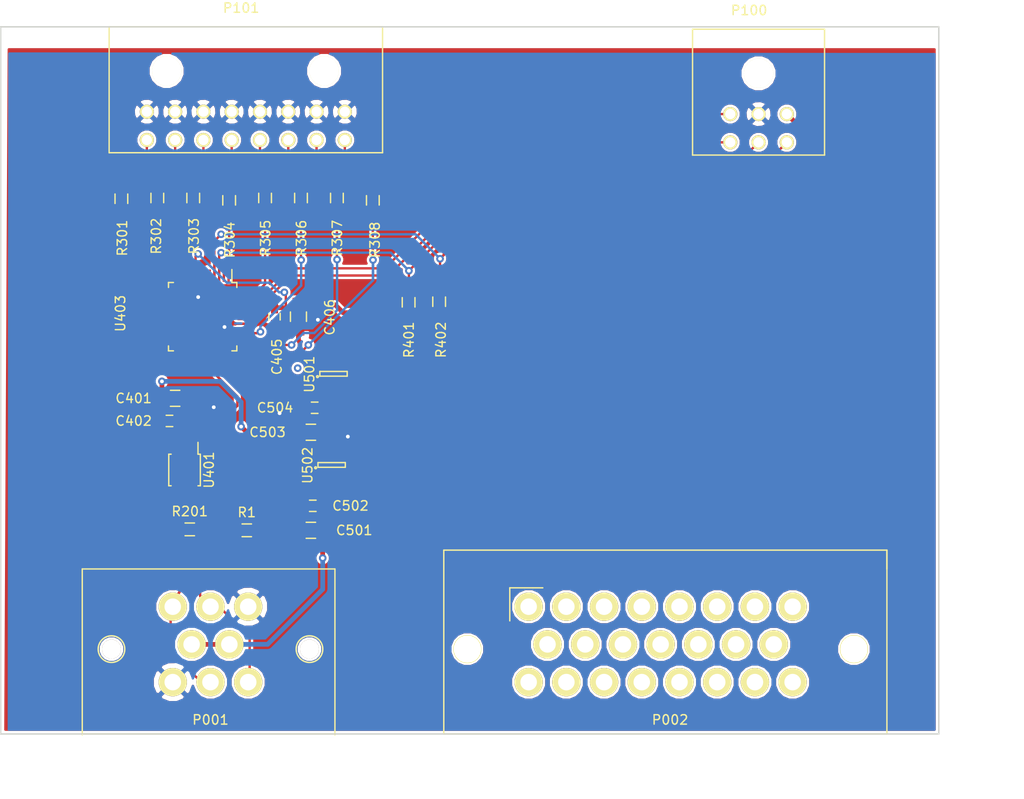
<source format=kicad_pcb>
(kicad_pcb (version 4) (host pcbnew 4.0.1-stable)
  (layers (0 F.Cu signal) (31 B.Cu signal hide) (34 B.Paste user) (35 F.Paste user) (36 B.SilkS user) (37 F.SilkS user) (38 B.Mask user) (39 F.Mask user) (44 Edge.Cuts user))
  (net 0 "")
  (net 1 "Net-(P002-Pad23)")
  (net 2 "Net-(P002-Pad22)")
  (net 3 "Net-(P002-Pad21)")
  (net 4 "Net-(P002-Pad20)")
  (net 5 "Net-(P002-Pad19)")
  (net 6 "Net-(P002-Pad18)")
  (net 7 "Net-(P002-Pad17)")
  (net 8 "Net-(P002-Pad16)")
  (net 9 "Net-(P002-Pad15)")
  (net 10 "Net-(P002-Pad14)")
  (net 11 "Net-(P002-Pad13)")
  (net 12 "Net-(P002-Pad12)")
  (net 13 "Net-(P002-Pad11)")
  (net 14 "Net-(P002-Pad10)")
  (net 15 "Net-(P002-Pad2)")
  (net 16 "Net-(P002-Pad8)")
  (net 17 "Net-(P002-Pad7)")
  (net 18 "Net-(P002-Pad6)")
  (net 19 "Net-(P002-Pad5)")
  (net 20 "Net-(P002-Pad4)")
  (net 21 "Net-(P002-Pad3)")
  (net 22 "Net-(P002-Pad1)")
  (net 23 "Net-(P002-Pad9)")
  (net 24 "Net-(P101-Pad10)")
  (net 25 "Net-(P101-Pad12)")
  (net 26 "Net-(P101-Pad14)")
  (net 27 "Net-(P101-Pad16)")
  (net 28 GND)
  (net 29 +3V3)
  (net 30 /BACK_PANEL/CANH)
  (net 31 /FRONT_PANEL/MCU_RESET_N)
  (net 32 /FRONT_PANEL/MCU_PROG_N)
  (net 33 /FRONT_PANEL/RXD)
  (net 34 /FRONT_PANEL/TXD)
  (net 35 /FRONT_PANEL/LED0)
  (net 36 /FRONT_PANEL/LED2)
  (net 37 /FRONT_PANEL/LED4)
  (net 38 /FRONT_PANEL/LED6)
  (net 39 /FRONT_PANEL/LED1)
  (net 40 /FRONT_PANEL/LED3)
  (net 41 /FRONT_PANEL/LED5)
  (net 42 /FRONT_PANEL/LED7)
  (net 43 /Micro_Controller/PIO0_1)
  (net 44 "Net-(U403-Pad6)")
  (net 45 "Net-(U403-Pad7)")
  (net 46 "Net-(U403-Pad10)")
  (net 47 /Micro_Controller/PIO2_1)
  (net 48 /Micro_Controller/PIO0_3)
  (net 49 /Micro_Controller/PIO0_4)
  (net 50 /Micro_Controller/PIO0_5)
  (net 51 /Micro_Controller/PIO1_9)
  (net 52 /Micro_Controller/PIO2_4)
  (net 53 "Net-(U403-Pad21)")
  (net 54 "Net-(U403-Pad22)")
  (net 55 "Net-(U403-Pad23)")
  (net 56 "Net-(U403-Pad24)")
  (net 57 "Net-(U403-Pad25)")
  (net 58 /Micro_Controller/PIO2_2)
  (net 59 "Net-(U403-Pad27)")
  (net 60 "Net-(U403-Pad28)")
  (net 61 "Net-(U403-Pad29)")
  (net 62 /Micro_Controller/PIO1_10)
  (net 63 "Net-(U403-Pad31)")
  (net 64 /Micro_Controller/PIO0_11)
  (net 65 /Micro_Controller/PIO1_0)
  (net 66 /Micro_Controller/PIO1_1)
  (net 67 /Micro_Controller/PIO1_2)
  (net 68 /Micro_Controller/PIO2_3)
  (net 69 /Micro_Controller/PIO1_4)
  (net 70 /Micro_Controller/PIO1_11)
  (net 71 /Micro_Controller/PIO1_5)
  (net 72 "Net-(U501-Pad4)")
  (net 73 "Net-(P101-Pad9)")
  (net 74 "Net-(P101-Pad11)")
  (net 75 "Net-(P101-Pad13)")
  (net 76 "Net-(P101-Pad15)")
  (net 77 +5V)
  (net 78 /BACK_PANEL/CANL)
  (net 79 /Micro_Controller/CAN_RXD)
  (net 80 /Micro_Controller/CAN_TXD)
  (net 81 /Micro_Controller/PIO3_2)
  (net 82 +12V)
  (net 83 "Net-(U502-Pad4)")
  (net 84 "Net-(R1-Pad1)")
  (net 85 "Net-(U401-Pad5)")
  (module Connectors_Molex:Connector_Microfit3_Header_02x03_Angled_43045-060x (layer F.Cu) (at 179.88 62.25 180)
    (fp_text reference P100 (at -2 11 180) (layer F.SilkS))
    (fp_text value ISP)
    (pad 1 thru_hole circle (at 0 0 180) (size 1.5 1.5) (drill 1.1) (layers *.Cu *.Mask F.SilkS) (net 34 /FRONT_PANEL/TXD))
    (pad 4 thru_hole circle (at 0 -3 180) (size 1.5 1.5) (drill 1.1) (layers *.Cu *.Mask F.SilkS) (net 33 /FRONT_PANEL/RXD))
    (pad 5 thru_hole circle (at -3 -3 180) (size 1.5 1.5) (drill 1.1) (layers *.Cu *.Mask F.SilkS) (net 31 /FRONT_PANEL/MCU_RESET_N))
    (pad 2 thru_hole circle (at -3 0 180) (size 1.5 1.5) (drill 1.1) (layers *.Cu *.Mask F.SilkS) (net 28 GND))
    (pad 6 thru_hole circle (at -6 -3 180) (size 1.5 1.5) (drill 1.1) (layers *.Cu *.Mask F.SilkS) (net 32 /FRONT_PANEL/MCU_PROG_N))
    (pad 3 thru_hole circle (at -6 0 180) (size 1.5 1.5) (drill 1.1) (layers *.Cu *.Mask F.SilkS) (net 82 +12V))
    (pad "" np_thru_hole circle (at -3 4.32 180) (size 3.1 3.1) (drill 3.1) (layers *.Cu *.Mask F.SilkS))
  )
  (module MITEVT_AUTOMOTIVECON:776280-1 (layer F.Cu) (at 120.75 122.5)
    (fp_text reference P001 (at 4 4) (layer F.SilkS))
    (fp_text value CANCONNECTOR)
    (pad 6 thru_hole circle (at 0 0) (size 3 3) (drill 1.75) (layers *.Cu *.Mask F.SilkS) (net 28 GND))
    (pad 1 thru_hole circle (at 0 -8) (size 3 3) (drill 1.75) (layers *.Cu *.Mask F.SilkS) (net 78 /BACK_PANEL/CANL))
    (pad 2 thru_hole circle (at 4 -8) (size 3 3) (drill 1.75) (layers *.Cu *.Mask F.SilkS) (net 30 /BACK_PANEL/CANH))
    (pad 3 thru_hole circle (at 8 -8) (size 3 3) (drill 1.75) (layers *.Cu *.Mask F.SilkS) (net 28 GND))
    (pad 7 thru_hole circle (at 4 0) (size 3 3) (drill 1.75) (layers *.Cu *.Mask F.SilkS) (net 78 /BACK_PANEL/CANL))
    (pad 8 thru_hole circle (at 8 0) (size 3 3) (drill 1.75) (layers *.Cu *.Mask F.SilkS) (net 30 /BACK_PANEL/CANH))
    (pad 5 thru_hole circle (at 6 -4) (size 3 3) (drill 1.75) (layers *.Cu *.Mask F.SilkS) (net 82 +12V))
    (pad 4 thru_hole circle (at 2 -4) (size 3 3) (drill 1.75) (layers *.Cu *.Mask F.SilkS) (net 82 +12V))
    (pad 9 thru_hole circle (at -6.5 -3.5) (size 2 2) (drill 2) (layers *.Cu *.Mask F.SilkS))
    (pad 10 thru_hole circle (at 14.5 -3.5) (size 2 2) (drill 2) (layers *.Cu *.Mask F.SilkS))
  )
  (module MITEVT_AUTOMOTIVECON:776087-1 (layer F.Cu) (at 158.496 114.5)
    (fp_text reference P002 (at 15 12) (layer F.SilkS))
    (fp_text value AUXCONNECTOR)
    (pad 25 thru_hole circle (at 34.5 4.5) (size 2.85 2.85) (drill 2.85) (layers *.Cu *.Mask F.SilkS))
    (pad 23 thru_hole circle (at 28 8) (size 3 3) (drill 1.75) (layers *.Cu *.Mask F.SilkS) (net 1 "Net-(P002-Pad23)"))
    (pad 22 thru_hole circle (at 24 8) (size 3 3) (drill 1.75) (layers *.Cu *.Mask F.SilkS) (net 2 "Net-(P002-Pad22)"))
    (pad 21 thru_hole circle (at 20 8) (size 3 3) (drill 1.75) (layers *.Cu *.Mask F.SilkS) (net 3 "Net-(P002-Pad21)"))
    (pad 20 thru_hole circle (at 16 8) (size 3 3) (drill 1.75) (layers *.Cu *.Mask F.SilkS) (net 4 "Net-(P002-Pad20)"))
    (pad 19 thru_hole circle (at 12 8) (size 3 3) (drill 1.75) (layers *.Cu *.Mask F.SilkS) (net 5 "Net-(P002-Pad19)"))
    (pad 18 thru_hole circle (at 8 8) (size 3 3) (drill 1.75) (layers *.Cu *.Mask F.SilkS) (net 6 "Net-(P002-Pad18)"))
    (pad 17 thru_hole circle (at 4 8) (size 3 3) (drill 1.75) (layers *.Cu *.Mask F.SilkS) (net 7 "Net-(P002-Pad17)"))
    (pad 16 thru_hole circle (at 0 8) (size 3 3) (drill 1.75) (layers *.Cu *.Mask F.SilkS) (net 8 "Net-(P002-Pad16)"))
    (pad 15 thru_hole circle (at 26 4) (size 3 3) (drill 1.75) (layers *.Cu *.Mask F.SilkS) (net 9 "Net-(P002-Pad15)"))
    (pad 14 thru_hole circle (at 22 4) (size 3 3) (drill 1.75) (layers *.Cu *.Mask F.SilkS) (net 10 "Net-(P002-Pad14)"))
    (pad 13 thru_hole circle (at 18 4) (size 3 3) (drill 1.75) (layers *.Cu *.Mask F.SilkS) (net 11 "Net-(P002-Pad13)"))
    (pad 12 thru_hole circle (at 14 4) (size 3 3) (drill 1.75) (layers *.Cu *.Mask F.SilkS) (net 12 "Net-(P002-Pad12)"))
    (pad 11 thru_hole circle (at 10 4) (size 3 3) (drill 1.75) (layers *.Cu *.Mask F.SilkS) (net 13 "Net-(P002-Pad11)"))
    (pad 10 thru_hole circle (at 6 4) (size 3 3) (drill 1.75) (layers *.Cu *.Mask F.SilkS) (net 14 "Net-(P002-Pad10)"))
    (pad 2 thru_hole circle (at 4 0) (size 3 3) (drill 1.75) (layers *.Cu *.Mask F.SilkS) (net 15 "Net-(P002-Pad2)"))
    (pad 8 thru_hole circle (at 28 0) (size 3 3) (drill 1.75) (layers *.Cu *.Mask F.SilkS) (net 16 "Net-(P002-Pad8)"))
    (pad 7 thru_hole circle (at 24 0) (size 3 3) (drill 1.75) (layers *.Cu *.Mask F.SilkS) (net 17 "Net-(P002-Pad7)"))
    (pad 6 thru_hole circle (at 20 0) (size 3 3) (drill 1.75) (layers *.Cu *.Mask F.SilkS) (net 18 "Net-(P002-Pad6)"))
    (pad 5 thru_hole circle (at 16 0) (size 3 3) (drill 1.75) (layers *.Cu *.Mask F.SilkS) (net 19 "Net-(P002-Pad5)"))
    (pad 4 thru_hole circle (at 12 0) (size 3 3) (drill 1.75) (layers *.Cu *.Mask F.SilkS) (net 20 "Net-(P002-Pad4)"))
    (pad 3 thru_hole circle (at 8 0) (size 3 3) (drill 1.75) (layers *.Cu *.Mask F.SilkS) (net 21 "Net-(P002-Pad3)"))
    (pad 1 thru_hole circle (at 0 0) (size 3 3) (drill 1.75) (layers *.Cu *.Mask F.SilkS) (net 22 "Net-(P002-Pad1)"))
    (pad 9 thru_hole circle (at 2 4) (size 3 3) (drill 1.75) (layers *.Cu *.Mask F.SilkS) (net 23 "Net-(P002-Pad9)"))
    (pad 24 thru_hole circle (at -6.5 4.5) (size 2.85 2.85) (drill 2.85) (layers *.Cu *.Mask F.SilkS))
  )
  (module Connectors_Molex:Connector_Microfit3_Header_02x08_Angled_43045-160x (layer F.Cu) (at 118 62 180)
    (fp_text reference P101 (at -10 11 180) (layer F.SilkS))
    (fp_text value DEBUG_LED)
    (pad 9 thru_hole circle (at 0 -3 180) (size 1.5 1.5) (drill 1.1) (layers *.Cu *.Mask F.SilkS) (net 73 "Net-(P101-Pad9)"))
    (pad 1 thru_hole circle (at 0 0 180) (size 1.5 1.5) (drill 1.1) (layers *.Cu *.Mask F.SilkS) (net 28 GND))
    (pad 2 thru_hole circle (at -3 0 180) (size 1.5 1.5) (drill 1.1) (layers *.Cu *.Mask F.SilkS) (net 28 GND))
    (pad 10 thru_hole circle (at -3 -3 180) (size 1.5 1.5) (drill 1.1) (layers *.Cu *.Mask F.SilkS) (net 24 "Net-(P101-Pad10)"))
    (pad 11 thru_hole circle (at -6 -3 180) (size 1.5 1.5) (drill 1.1) (layers *.Cu *.Mask F.SilkS) (net 74 "Net-(P101-Pad11)"))
    (pad 3 thru_hole circle (at -6 0 180) (size 1.5 1.5) (drill 1.1) (layers *.Cu *.Mask F.SilkS) (net 28 GND))
    (pad 4 thru_hole circle (at -9 0 180) (size 1.5 1.5) (drill 1.1) (layers *.Cu *.Mask F.SilkS) (net 28 GND))
    (pad 12 thru_hole circle (at -9 -3 180) (size 1.5 1.5) (drill 1.1) (layers *.Cu *.Mask F.SilkS) (net 25 "Net-(P101-Pad12)"))
    (pad "" np_thru_hole circle (at -2.1 4.32 180) (size 3.1 3.1) (drill 3.1) (layers *.Cu *.Mask F.SilkS))
    (pad 13 thru_hole circle (at -12 -3 180) (size 1.5 1.5) (drill 1.1) (layers *.Cu *.Mask F.SilkS) (net 75 "Net-(P101-Pad13)"))
    (pad 5 thru_hole circle (at -12 0 180) (size 1.5 1.5) (drill 1.1) (layers *.Cu *.Mask F.SilkS) (net 28 GND))
    (pad 6 thru_hole circle (at -15 0 180) (size 1.5 1.5) (drill 1.1) (layers *.Cu *.Mask F.SilkS) (net 28 GND))
    (pad 14 thru_hole circle (at -15 -3 180) (size 1.5 1.5) (drill 1.1) (layers *.Cu *.Mask F.SilkS) (net 26 "Net-(P101-Pad14)"))
    (pad 15 thru_hole circle (at -18 -3 180) (size 1.5 1.5) (drill 1.1) (layers *.Cu *.Mask F.SilkS) (net 76 "Net-(P101-Pad15)"))
    (pad 7 thru_hole circle (at -18 0 180) (size 1.5 1.5) (drill 1.1) (layers *.Cu *.Mask F.SilkS) (net 28 GND))
    (pad 16 thru_hole circle (at -21 -3 180) (size 1.5 1.5) (drill 1.1) (layers *.Cu *.Mask F.SilkS) (net 27 "Net-(P101-Pad16)"))
    (pad 8 thru_hole circle (at -21 0 180) (size 1.5 1.5) (drill 1.1) (layers *.Cu *.Mask F.SilkS) (net 28 GND))
    (pad "" np_thru_hole circle (at -18.8 4.32 180) (size 3.1 3.1) (drill 3.1) (layers *.Cu *.Mask F.SilkS))
  )
  (module Capacitors_SMD:C_0805_HandSoldering (layer F.Cu) (at 121 92.4)
    (fp_text reference C401 (at -4.4 0) (layer F.SilkS))
    (fp_text value 10uF)
    (pad 1 smd rect (at -1.25 0) (size 1.5 1.25) (layers F.Cu F.Paste F.Mask) (net 77 +5V))
    (pad 2 smd rect (at 1.25 0) (size 1.5 1.25) (layers F.Cu F.Paste F.Mask) (net 28 GND))
  )
  (module Capacitors_SMD:C_0603 (layer F.Cu) (at 120.4 94.8)
    (fp_text reference C402 (at -3.8 0) (layer F.SilkS))
    (fp_text value 0.1uF)
    (pad 1 smd rect (at -0.75 0) (size 0.8 0.75) (layers F.Cu F.Paste F.Mask) (net 77 +5V))
    (pad 2 smd rect (at 0.75 0) (size 0.8 0.75) (layers F.Cu F.Paste F.Mask) (net 28 GND))
  )
  (module Capacitors_SMD:C_0603_HandSoldering (layer F.Cu) (at 131.54 83.74 270)
    (fp_text reference C405 (at 4.26 -0.26 270) (layer F.SilkS))
    (fp_text value 0.1uF)
    (pad 1 smd rect (at -0.95 0 270) (size 1.2 0.75) (layers F.Cu F.Paste F.Mask) (net 29 +3V3))
    (pad 2 smd rect (at 0.95 0 270) (size 1.2 0.75) (layers F.Cu F.Paste F.Mask) (net 28 GND))
  )
  (module Capacitors_SMD:C_0805_HandSoldering (layer F.Cu) (at 134.08 83.74 270)
    (fp_text reference C406 (at 0.06 -3.32 270) (layer F.SilkS))
    (fp_text value 10uF)
    (pad 1 smd rect (at -1.25 0 270) (size 1.5 1.25) (layers F.Cu F.Paste F.Mask) (net 29 +3V3))
    (pad 2 smd rect (at 1.25 0 270) (size 1.5 1.25) (layers F.Cu F.Paste F.Mask) (net 28 GND))
  )
  (module Resistors_SMD:R_0603_HandSoldering (layer F.Cu) (at 122.555 106.299)
    (fp_text reference R201 (at 0 -1.9) (layer F.SilkS))
    (fp_text value R)
    (pad 1 smd rect (at -1.1 0) (size 1.2 0.9) (layers F.Cu F.Paste F.Mask) (net 78 /BACK_PANEL/CANL))
    (pad 2 smd rect (at 1.1 0) (size 1.2 0.9) (layers F.Cu F.Paste F.Mask) (net 30 /BACK_PANEL/CANH))
  )
  (module Resistors_SMD:R_0603_HandSoldering (layer F.Cu) (at 115.3 71.23 90)
    (fp_text reference R301 (at -4.17 0.1 90) (layer F.SilkS))
    (fp_text value 100)
    (pad 1 smd rect (at -1.1 0 90) (size 1.2 0.9) (layers F.Cu F.Paste F.Mask) (net 35 /FRONT_PANEL/LED0))
    (pad 2 smd rect (at 1.1 0 90) (size 1.2 0.9) (layers F.Cu F.Paste F.Mask) (net 73 "Net-(P101-Pad9)"))
  )
  (module Resistors_SMD:R_0603_HandSoldering (layer F.Cu) (at 119.11 71.15 270)
    (fp_text reference R302 (at 4.05 0.11 270) (layer F.SilkS))
    (fp_text value 100)
    (pad 1 smd rect (at -1.1 0 270) (size 1.2 0.9) (layers F.Cu F.Paste F.Mask) (net 24 "Net-(P101-Pad10)"))
    (pad 2 smd rect (at 1.1 0 270) (size 1.2 0.9) (layers F.Cu F.Paste F.Mask) (net 39 /FRONT_PANEL/LED1))
  )
  (module Resistors_SMD:R_0603_HandSoldering (layer F.Cu) (at 122.92 71.15 270)
    (fp_text reference R303 (at 4.05 -0.08 270) (layer F.SilkS))
    (fp_text value 100)
    (pad 1 smd rect (at -1.1 0 270) (size 1.2 0.9) (layers F.Cu F.Paste F.Mask) (net 74 "Net-(P101-Pad11)"))
    (pad 2 smd rect (at 1.1 0 270) (size 1.2 0.9) (layers F.Cu F.Paste F.Mask) (net 36 /FRONT_PANEL/LED2))
  )
  (module Resistors_SMD:R_0603_HandSoldering (layer F.Cu) (at 126.73 71.4 90)
    (fp_text reference R304 (at -4.2 0.07 90) (layer F.SilkS))
    (fp_text value 100)
    (pad 1 smd rect (at -1.1 0 90) (size 1.2 0.9) (layers F.Cu F.Paste F.Mask) (net 40 /FRONT_PANEL/LED3))
    (pad 2 smd rect (at 1.1 0 90) (size 1.2 0.9) (layers F.Cu F.Paste F.Mask) (net 25 "Net-(P101-Pad12)"))
  )
  (module Resistors_SMD:R_0603_HandSoldering (layer F.Cu) (at 130.54 71.15 270)
    (fp_text reference R305 (at 4.25 -0.06 270) (layer F.SilkS))
    (fp_text value 100)
    (pad 1 smd rect (at -1.1 0 270) (size 1.2 0.9) (layers F.Cu F.Paste F.Mask) (net 75 "Net-(P101-Pad13)"))
    (pad 2 smd rect (at 1.1 0 270) (size 1.2 0.9) (layers F.Cu F.Paste F.Mask) (net 37 /FRONT_PANEL/LED4))
  )
  (module Resistors_SMD:R_0603_HandSoldering (layer F.Cu) (at 134.35 71.15 90)
    (fp_text reference R306 (at -4.25 0.05 90) (layer F.SilkS))
    (fp_text value 100)
    (pad 1 smd rect (at -1.1 0 90) (size 1.2 0.9) (layers F.Cu F.Paste F.Mask) (net 41 /FRONT_PANEL/LED5))
    (pad 2 smd rect (at 1.1 0 90) (size 1.2 0.9) (layers F.Cu F.Paste F.Mask) (net 26 "Net-(P101-Pad14)"))
  )
  (module Resistors_SMD:R_0603_HandSoldering (layer F.Cu) (at 138.16 71.15 270)
    (fp_text reference R307 (at 4.25 -0.04 270) (layer F.SilkS))
    (fp_text value 100)
    (pad 1 smd rect (at -1.1 0 270) (size 1.2 0.9) (layers F.Cu F.Paste F.Mask) (net 76 "Net-(P101-Pad15)"))
    (pad 2 smd rect (at 1.1 0 270) (size 1.2 0.9) (layers F.Cu F.Paste F.Mask) (net 38 /FRONT_PANEL/LED6))
  )
  (module Resistors_SMD:R_0603_HandSoldering (layer F.Cu) (at 141.97 71.4 90)
    (fp_text reference R308 (at -4.2 0.23 90) (layer F.SilkS))
    (fp_text value 100)
    (pad 1 smd rect (at -1.1 0 90) (size 1.2 0.9) (layers F.Cu F.Paste F.Mask) (net 42 /FRONT_PANEL/LED7))
    (pad 2 smd rect (at 1.1 0 90) (size 1.2 0.9) (layers F.Cu F.Paste F.Mask) (net 27 "Net-(P101-Pad16)"))
  )
  (module Resistors_SMD:R_0603_HandSoldering (layer F.Cu) (at 145.764 82.216 90)
    (fp_text reference R401 (at -3.984 0.036 90) (layer F.SilkS))
    (fp_text value 10k)
    (pad 1 smd rect (at -1.1 0 90) (size 1.2 0.9) (layers F.Cu F.Paste F.Mask) (net 29 +3V3))
    (pad 2 smd rect (at 1.1 0 90) (size 1.2 0.9) (layers F.Cu F.Paste F.Mask) (net 31 /FRONT_PANEL/MCU_RESET_N))
  )
  (module Resistors_SMD:R_0603_HandSoldering (layer F.Cu) (at 149.0025 82.1525 90)
    (fp_text reference R402 (at -4.0475 0.1975 90) (layer F.SilkS))
    (fp_text value 10k)
    (pad 1 smd rect (at -1.1 0 90) (size 1.2 0.9) (layers F.Cu F.Paste F.Mask) (net 29 +3V3))
    (pad 2 smd rect (at 1.1 0 90) (size 1.2 0.9) (layers F.Cu F.Paste F.Mask) (net 32 /FRONT_PANEL/MCU_PROG_N))
  )
  (module Housings_SSOP:MSOP-8_3x3mm_Pitch0.65mm (layer F.Cu) (at 122 100 270)
    (fp_text reference U401 (at 0 -2.6 270) (layer F.SilkS))
    (fp_text value MCP2551-I/SN)
    (pad 1 smd rect (at -2.2 -0.975 270) (size 1.45 0.45) (layers F.Cu F.Paste F.Mask) (net 80 /Micro_Controller/CAN_TXD))
    (pad 2 smd rect (at -2.2 -0.325 270) (size 1.45 0.45) (layers F.Cu F.Paste F.Mask) (net 28 GND))
    (pad 3 smd rect (at -2.2 0.325 270) (size 1.45 0.45) (layers F.Cu F.Paste F.Mask) (net 77 +5V))
    (pad 4 smd rect (at -2.2 0.975 270) (size 1.45 0.45) (layers F.Cu F.Paste F.Mask) (net 79 /Micro_Controller/CAN_RXD))
    (pad 5 smd rect (at 2.2 0.975 270) (size 1.45 0.45) (layers F.Cu F.Paste F.Mask) (net 85 "Net-(U401-Pad5)"))
    (pad 6 smd rect (at 2.2 0.325 270) (size 1.45 0.45) (layers F.Cu F.Paste F.Mask) (net 78 /BACK_PANEL/CANL))
    (pad 7 smd rect (at 2.2 -0.325 270) (size 1.45 0.45) (layers F.Cu F.Paste F.Mask) (net 30 /BACK_PANEL/CANH))
    (pad 8 smd rect (at 2.2 -0.975 270) (size 1.45 0.45) (layers F.Cu F.Paste F.Mask) (net 84 "Net-(R1-Pad1)"))
  )
  (module Housings_QFP:LQFP-48_7x7mm_Pitch0.5mm (layer F.Cu) (at 123.92 83.74 270)
    (fp_text reference U403 (at -0.34 8.72 270) (layer F.SilkS))
    (fp_text value LPC11C14)
    (pad 1 smd rect (at -4.35 -2.75 270) (size 1.3 0.25) (layers F.Cu F.Paste F.Mask) (net 40 /FRONT_PANEL/LED3))
    (pad 2 smd rect (at -4.35 -2.25 270) (size 1.3 0.25) (layers F.Cu F.Paste F.Mask) (net 43 /Micro_Controller/PIO0_1))
    (pad 3 smd rect (at -4.35 -1.75 270) (size 1.3 0.25) (layers F.Cu F.Paste F.Mask) (net 31 /FRONT_PANEL/MCU_RESET_N))
    (pad 4 smd rect (at -4.35 -1.25 270) (size 1.3 0.25) (layers F.Cu F.Paste F.Mask) (net 32 /FRONT_PANEL/MCU_PROG_N))
    (pad 5 smd rect (at -4.35 -0.75 270) (size 1.3 0.25) (layers F.Cu F.Paste F.Mask) (net 28 GND))
    (pad 6 smd rect (at -4.35 -0.25 270) (size 1.3 0.25) (layers F.Cu F.Paste F.Mask) (net 44 "Net-(U403-Pad6)"))
    (pad 7 smd rect (at -4.35 0.25 270) (size 1.3 0.25) (layers F.Cu F.Paste F.Mask) (net 45 "Net-(U403-Pad7)"))
    (pad 8 smd rect (at -4.35 0.75 270) (size 1.3 0.25) (layers F.Cu F.Paste F.Mask) (net 29 +3V3))
    (pad 9 smd rect (at -4.35 1.25 270) (size 1.3 0.25) (layers F.Cu F.Paste F.Mask) (net 36 /FRONT_PANEL/LED2))
    (pad 10 smd rect (at -4.35 1.75 270) (size 1.3 0.25) (layers F.Cu F.Paste F.Mask) (net 46 "Net-(U403-Pad10)"))
    (pad 11 smd rect (at -4.35 2.25 270) (size 1.3 0.25) (layers F.Cu F.Paste F.Mask) (net 39 /FRONT_PANEL/LED1))
    (pad 12 smd rect (at -4.35 2.75 270) (size 1.3 0.25) (layers F.Cu F.Paste F.Mask) (net 35 /FRONT_PANEL/LED0))
    (pad 13 smd rect (at -2.75 4.35) (size 1.3 0.25) (layers F.Cu F.Paste F.Mask) (net 47 /Micro_Controller/PIO2_1))
    (pad 14 smd rect (at -2.25 4.35) (size 1.3 0.25) (layers F.Cu F.Paste F.Mask) (net 48 /Micro_Controller/PIO0_3))
    (pad 15 smd rect (at -1.75 4.35) (size 1.3 0.25) (layers F.Cu F.Paste F.Mask) (net 49 /Micro_Controller/PIO0_4))
    (pad 16 smd rect (at -1.25 4.35) (size 1.3 0.25) (layers F.Cu F.Paste F.Mask) (net 50 /Micro_Controller/PIO0_5))
    (pad 17 smd rect (at -0.75 4.35) (size 1.3 0.25) (layers F.Cu F.Paste F.Mask) (net 51 /Micro_Controller/PIO1_9))
    (pad 18 smd rect (at -0.25 4.35) (size 1.3 0.25) (layers F.Cu F.Paste F.Mask) (net 52 /Micro_Controller/PIO2_4))
    (pad 19 smd rect (at 0.25 4.35) (size 1.3 0.25) (layers F.Cu F.Paste F.Mask) (net 79 /Micro_Controller/CAN_RXD))
    (pad 20 smd rect (at 0.75 4.35) (size 1.3 0.25) (layers F.Cu F.Paste F.Mask) (net 80 /Micro_Controller/CAN_TXD))
    (pad 21 smd rect (at 1.25 4.35) (size 1.3 0.25) (layers F.Cu F.Paste F.Mask) (net 53 "Net-(U403-Pad21)"))
    (pad 22 smd rect (at 1.75 4.35) (size 1.3 0.25) (layers F.Cu F.Paste F.Mask) (net 54 "Net-(U403-Pad22)"))
    (pad 23 smd rect (at 2.25 4.35) (size 1.3 0.25) (layers F.Cu F.Paste F.Mask) (net 55 "Net-(U403-Pad23)"))
    (pad 24 smd rect (at 2.75 4.35) (size 1.3 0.25) (layers F.Cu F.Paste F.Mask) (net 56 "Net-(U403-Pad24)"))
    (pad 25 smd rect (at 4.35 2.75 270) (size 1.3 0.25) (layers F.Cu F.Paste F.Mask) (net 57 "Net-(U403-Pad25)"))
    (pad 26 smd rect (at 4.35 2.25 270) (size 1.3 0.25) (layers F.Cu F.Paste F.Mask) (net 58 /Micro_Controller/PIO2_2))
    (pad 27 smd rect (at 4.35 1.75 270) (size 1.3 0.25) (layers F.Cu F.Paste F.Mask) (net 59 "Net-(U403-Pad27)"))
    (pad 28 smd rect (at 4.35 1.25 270) (size 1.3 0.25) (layers F.Cu F.Paste F.Mask) (net 60 "Net-(U403-Pad28)"))
    (pad 29 smd rect (at 4.35 0.75 270) (size 1.3 0.25) (layers F.Cu F.Paste F.Mask) (net 61 "Net-(U403-Pad29)"))
    (pad 30 smd rect (at 4.35 0.25 270) (size 1.3 0.25) (layers F.Cu F.Paste F.Mask) (net 62 /Micro_Controller/PIO1_10))
    (pad 31 smd rect (at 4.35 -0.25 270) (size 1.3 0.25) (layers F.Cu F.Paste F.Mask) (net 63 "Net-(U403-Pad31)"))
    (pad 32 smd rect (at 4.35 -0.75 270) (size 1.3 0.25) (layers F.Cu F.Paste F.Mask) (net 64 /Micro_Controller/PIO0_11))
    (pad 33 smd rect (at 4.35 -1.25 270) (size 1.3 0.25) (layers F.Cu F.Paste F.Mask) (net 65 /Micro_Controller/PIO1_0))
    (pad 34 smd rect (at 4.35 -1.75 270) (size 1.3 0.25) (layers F.Cu F.Paste F.Mask) (net 66 /Micro_Controller/PIO1_1))
    (pad 35 smd rect (at 4.35 -2.25 270) (size 1.3 0.25) (layers F.Cu F.Paste F.Mask) (net 67 /Micro_Controller/PIO1_2))
    (pad 36 smd rect (at 4.35 -2.75 270) (size 1.3 0.25) (layers F.Cu F.Paste F.Mask) (net 42 /FRONT_PANEL/LED7))
    (pad 37 smd rect (at 2.75 -4.35) (size 1.3 0.25) (layers F.Cu F.Paste F.Mask) (net 38 /FRONT_PANEL/LED6))
    (pad 38 smd rect (at 2.25 -4.35) (size 1.3 0.25) (layers F.Cu F.Paste F.Mask) (net 68 /Micro_Controller/PIO2_3))
    (pad 39 smd rect (at 1.75 -4.35) (size 1.3 0.25) (layers F.Cu F.Paste F.Mask) (net 41 /FRONT_PANEL/LED5))
    (pad 40 smd rect (at 1.25 -4.35) (size 1.3 0.25) (layers F.Cu F.Paste F.Mask) (net 69 /Micro_Controller/PIO1_4))
    (pad 41 smd rect (at 0.75 -4.35) (size 1.3 0.25) (layers F.Cu F.Paste F.Mask) (net 28 GND))
    (pad 42 smd rect (at 0.25 -4.35) (size 1.3 0.25) (layers F.Cu F.Paste F.Mask) (net 70 /Micro_Controller/PIO1_11))
    (pad 43 smd rect (at -0.25 -4.35) (size 1.3 0.25) (layers F.Cu F.Paste F.Mask) (net 81 /Micro_Controller/PIO3_2))
    (pad 44 smd rect (at -0.75 -4.35) (size 1.3 0.25) (layers F.Cu F.Paste F.Mask) (net 29 +3V3))
    (pad 45 smd rect (at -1.25 -4.35) (size 1.3 0.25) (layers F.Cu F.Paste F.Mask) (net 71 /Micro_Controller/PIO1_5))
    (pad 46 smd rect (at -1.75 -4.35) (size 1.3 0.25) (layers F.Cu F.Paste F.Mask) (net 33 /FRONT_PANEL/RXD))
    (pad 47 smd rect (at -2.25 -4.35) (size 1.3 0.25) (layers F.Cu F.Paste F.Mask) (net 34 /FRONT_PANEL/TXD))
    (pad 48 smd rect (at -2.75 -4.35) (size 1.3 0.25) (layers F.Cu F.Paste F.Mask) (net 37 /FRONT_PANEL/LED4))
  )
  (module Housings_SOT-23_SOT-143_TSOT-6:SOT-23-5 (layer F.Cu) (at 137.8 89.8 90)
    (fp_text reference U501 (at -0.05 -2.55 90) (layer F.SilkS))
    (fp_text value MCP1755-33)
    (pad 1 smd rect (at -1.1 -0.95 90) (size 1.06 0.65) (layers F.Cu F.Paste F.Mask) (net 77 +5V))
    (pad 2 smd rect (at -1.1 0 90) (size 1.06 0.65) (layers F.Cu F.Paste F.Mask) (net 28 GND))
    (pad 3 smd rect (at -1.1 0.95 90) (size 1.06 0.65) (layers F.Cu F.Paste F.Mask) (net 77 +5V))
    (pad 4 smd rect (at 1.1 0.95 90) (size 1.06 0.65) (layers F.Cu F.Paste F.Mask) (net 72 "Net-(U501-Pad4)"))
    (pad 5 smd rect (at 1.1 -0.95 90) (size 1.06 0.65) (layers F.Cu F.Paste F.Mask) (net 29 +3V3))
  )
  (module Housings_SOT-23_SOT-143_TSOT-6:SOT-23-5 (layer F.Cu) (at 137.602 99.465 90)
    (fp_text reference U502 (at -0.05 -2.55 90) (layer F.SilkS))
    (fp_text value MCP1755-5)
    (pad 1 smd rect (at -1.1 -0.95 90) (size 1.06 0.65) (layers F.Cu F.Paste F.Mask) (net 82 +12V))
    (pad 2 smd rect (at -1.1 0 90) (size 1.06 0.65) (layers F.Cu F.Paste F.Mask) (net 28 GND))
    (pad 3 smd rect (at -1.1 0.95 90) (size 1.06 0.65) (layers F.Cu F.Paste F.Mask) (net 82 +12V))
    (pad 4 smd rect (at 1.1 0.95 90) (size 1.06 0.65) (layers F.Cu F.Paste F.Mask) (net 83 "Net-(U502-Pad4)"))
    (pad 5 smd rect (at 1.1 -0.95 90) (size 1.06 0.65) (layers F.Cu F.Paste F.Mask) (net 77 +5V))
  )
  (module Resistors_SMD:R_0603_HandSoldering (layer F.Cu) (at 128.6 106.4)
    (fp_text reference R1 (at 0 -1.9) (layer F.SilkS))
    (fp_text value 20k)
    (pad 1 smd rect (at -1.1 0) (size 1.2 0.9) (layers F.Cu F.Paste F.Mask) (net 84 "Net-(R1-Pad1)"))
    (pad 2 smd rect (at 1.1 0) (size 1.2 0.9) (layers F.Cu F.Paste F.Mask) (net 28 GND))
  )
  (module Capacitors_SMD:C_0805_HandSoldering (layer F.Cu) (at 135.4 106.4)
    (fp_text reference C501 (at 4.6 0) (layer F.SilkS))
    (fp_text value 10μ)
    (pad 1 smd rect (at -1.25 0) (size 1.5 1.25) (layers F.Cu F.Paste F.Mask) (net 28 GND))
    (pad 2 smd rect (at 1.25 0) (size 1.5 1.25) (layers F.Cu F.Paste F.Mask) (net 82 +12V))
  )
  (module Capacitors_SMD:C_0603_HandSoldering (layer F.Cu) (at 135.6 103.8 180)
    (fp_text reference C502 (at -4 0 180) (layer F.SilkS))
    (fp_text value .1μ)
    (pad 1 smd rect (at -0.95 0 180) (size 1.2 0.75) (layers F.Cu F.Paste F.Mask) (net 82 +12V))
    (pad 2 smd rect (at 0.95 0 180) (size 1.2 0.75) (layers F.Cu F.Paste F.Mask) (net 28 GND))
  )
  (module Capacitors_SMD:C_0805_HandSoldering (layer F.Cu) (at 135.4 96 180)
    (fp_text reference C503 (at 4.6 0 180) (layer F.SilkS))
    (fp_text value 10μ)
    (pad 1 smd rect (at -1.25 0 180) (size 1.5 1.25) (layers F.Cu F.Paste F.Mask) (net 77 +5V))
    (pad 2 smd rect (at 1.25 0 180) (size 1.5 1.25) (layers F.Cu F.Paste F.Mask) (net 28 GND))
  )
  (module Capacitors_SMD:C_0603_HandSoldering (layer F.Cu) (at 135.8 93.4 180)
    (fp_text reference C504 (at 4.2 0 180) (layer F.SilkS))
    (fp_text value .1μ)
    (pad 1 smd rect (at -0.95 0 180) (size 1.2 0.75) (layers F.Cu F.Paste F.Mask) (net 77 +5V))
    (pad 2 smd rect (at 0.95 0 180) (size 1.2 0.75) (layers F.Cu F.Paste F.Mask) (net 28 GND))
  )
  (gr_line (start 102.5 128) (end 102.5 53) (layer Edge.Cuts) (width 0.15))
  (gr_line (start 202 53) (end 102.5 53) (layer Edge.Cuts) (width 0.15))
  (gr_line (start 202 128) (end 202 53) (layer Edge.Cuts) (width 0.15))
  (gr_line (start 102.5 128) (end 202 128) (layer Edge.Cuts) (width 0.15))
  (segment (start 127.381 84.455) (end 128.016 84.455) (width 0.25) (layer B.Cu) (net 0))
  (segment (start 133.917 89.283) (end 134 89.2) (width 0.25) (layer F.Cu) (net 0))
  (via (at 134 89.2) (size 0.8) (drill 0.4) (layers F.Cu B.Cu) (net 0))
  (segment (start 119 69) (end 119.11 69.11) (width 0.25) (layer F.Cu) (net 24))
  (segment (start 119.11 69.11) (end 119.11 70.05) (width 0.25) (layer F.Cu) (net 24))
  (segment (start 121 67) (end 119 69) (width 0.25) (layer F.Cu) (net 24))
  (segment (start 121 65) (end 121 67) (width 0.25) (layer F.Cu) (net 24))
  (segment (start 127 68) (end 126.73 68.27) (width 0.25) (layer F.Cu) (net 25))
  (segment (start 126.73 68.27) (end 126.73 70.3) (width 0.25) (layer F.Cu) (net 25))
  (segment (start 127 65) (end 127 68) (width 0.25) (layer F.Cu) (net 25))
  (segment (start 134 69) (end 134.15 69) (width 0.25) (layer F.Cu) (net 26))
  (segment (start 134.15 69) (end 134.35 69.2) (width 0.25) (layer F.Cu) (net 26))
  (segment (start 134.35 69.2) (end 134.35 70.05) (width 0.25) (layer F.Cu) (net 26))
  (segment (start 133 68) (end 134 69) (width 0.25) (layer F.Cu) (net 26))
  (segment (start 133 65) (end 133 68) (width 0.25) (layer F.Cu) (net 26))
  (segment (start 139 65) (end 139 67.18) (width 0.25) (layer F.Cu) (net 27))
  (segment (start 141.97 70.15) (end 141.97 70.3) (width 0.25) (layer F.Cu) (net 27))
  (segment (start 139 67.18) (end 141.97 70.15) (width 0.25) (layer F.Cu) (net 27))
  (segment (start 122.25 92.4) (end 124.15 92.4) (width 0.5) (layer F.Cu) (net 28))
  (via (at 125.095 93.345) (size 0.8) (drill 0.4) (layers F.Cu B.Cu) (net 28))
  (segment (start 124.15 92.4) (end 125.095 93.345) (width 0.5) (layer F.Cu) (net 28))
  (segment (start 134.15 96) (end 132.83 96) (width 0.5) (layer F.Cu) (net 28))
  (via (at 132.08 93.98) (size 0.8) (drill 0.4) (layers F.Cu B.Cu) (net 28))
  (segment (start 132.08 95.25) (end 132.08 93.98) (width 0.5) (layer F.Cu) (net 28))
  (segment (start 132.83 96) (end 132.08 95.25) (width 0.5) (layer F.Cu) (net 28))
  (segment (start 137.602 100.565) (end 137.602 97.874998) (width 0.25) (layer F.Cu) (net 28))
  (segment (start 137.602 97.874998) (end 139.016998 96.46) (width 0.25) (layer F.Cu) (net 28))
  (segment (start 139.016998 96.46) (end 139.319 96.46) (width 0.25) (layer F.Cu) (net 28))
  (via (at 139.319 96.46) (size 0.8) (drill 0.4) (layers F.Cu B.Cu) (net 28))
  (segment (start 131.54 84.69) (end 133.78 84.69) (width 0.5) (layer F.Cu) (net 28))
  (segment (start 133.78 84.69) (end 134.08 84.99) (width 0.5) (layer F.Cu) (net 28))
  (segment (start 127.017082 84.137082) (end 124.67 81.79) (width 0.25) (layer F.Cu) (net 28))
  (segment (start 127.37 84.49) (end 127.017082 84.137082) (width 0.25) (layer F.Cu) (net 28))
  (segment (start 127.017082 84.137082) (end 126.936918 84.137082) (width 0.25) (layer F.Cu) (net 28))
  (segment (start 126.936918 84.137082) (end 126.238 84.836) (width 0.25) (layer F.Cu) (net 28))
  (via (at 126.238 84.836) (size 0.8) (drill 0.4) (layers F.Cu B.Cu) (net 28))
  (segment (start 128.27 84.49) (end 127.37 84.49) (width 0.25) (layer F.Cu) (net 28))
  (segment (start 124.67 81.79) (end 124.67 80.960711) (width 0.25) (layer F.Cu) (net 28))
  (segment (start 124.67 80.634788) (end 124.67 80.960711) (width 0.25) (layer F.Cu) (net 28))
  (segment (start 124.67 80.960711) (end 124.144289 80.960711) (width 0.25) (layer F.Cu) (net 28))
  (segment (start 124.144289 80.960711) (end 123.444 81.661) (width 0.25) (layer F.Cu) (net 28))
  (via (at 123.444 81.661) (size 0.8) (drill 0.4) (layers F.Cu B.Cu) (net 28))
  (segment (start 124.67 79.39) (end 124.67 80.634788) (width 0.25) (layer F.Cu) (net 28))
  (segment (start 124.67 80.634788) (end 124.67 81.705) (width 0.25) (layer F.Cu) (net 28))
  (segment (start 134.08 84.99) (end 135.218682 84.99) (width 0.5) (layer F.Cu) (net 28))
  (segment (start 135.218682 84.99) (end 136.139341 84.069341) (width 0.5) (layer F.Cu) (net 28))
  (via (at 136.139341 84.069341) (size 0.8) (drill 0.4) (layers F.Cu B.Cu) (net 28))
  (segment (start 124.67 79.39) (end 124.67 80.689) (width 0.25) (layer F.Cu) (net 28))
  (segment (start 141 85.2) (end 141 85.2) (width 0.5) (layer F.Cu) (net 29))
  (segment (start 141 85.2) (end 140.35 85.2) (width 0.5) (layer F.Cu) (net 29))
  (segment (start 141 83.316) (end 141 85.2) (width 0.5) (layer F.Cu) (net 29))
  (segment (start 140.35 85.2) (end 136.85 88.7) (width 0.5) (layer F.Cu) (net 29))
  (segment (start 138.75 83.251) (end 138.815 83.316) (width 0.5) (layer F.Cu) (net 29))
  (segment (start 137.989 82.49) (end 134.08 82.49) (width 0.5) (layer F.Cu) (net 29))
  (segment (start 138.75 83.251) (end 137.989 82.49) (width 0.5) (layer F.Cu) (net 29))
  (segment (start 138.815 83.316) (end 141 83.316) (width 0.5) (layer F.Cu) (net 29))
  (segment (start 141 83.316) (end 145.764 83.316) (width 0.5) (layer F.Cu) (net 29))
  (segment (start 123.444 77.089) (end 123.17 77.363) (width 0.25) (layer F.Cu) (net 29))
  (segment (start 123.17 77.363) (end 123.17 79.39) (width 0.25) (layer F.Cu) (net 29))
  (segment (start 131.006315 80.137) (end 126.492 80.137) (width 0.25) (layer B.Cu) (net 29))
  (segment (start 126.492 80.137) (end 123.444 77.089) (width 0.25) (layer B.Cu) (net 29))
  (via (at 123.444 77.089) (size 0.8) (drill 0.4) (layers F.Cu B.Cu) (net 29))
  (segment (start 132.588 81.153) (end 132.022315 81.153) (width 0.25) (layer B.Cu) (net 29))
  (segment (start 132.022315 81.153) (end 131.006315 80.137) (width 0.25) (layer B.Cu) (net 29))
  (segment (start 132.740853 82.79) (end 133.78 82.79) (width 0.5) (layer F.Cu) (net 29))
  (segment (start 131.54 82.79) (end 132.740853 82.79) (width 0.5) (layer F.Cu) (net 29))
  (segment (start 132.740853 82.79) (end 132.740853 81.305853) (width 0.25) (layer F.Cu) (net 29))
  (segment (start 132.740853 81.305853) (end 132.588 81.153) (width 0.25) (layer F.Cu) (net 29))
  (via (at 132.588 81.153) (size 0.8) (drill 0.4) (layers F.Cu B.Cu) (net 29))
  (segment (start 129.17 82.99) (end 130.465 82.99) (width 0.25) (layer F.Cu) (net 29))
  (segment (start 130.465 82.99) (end 130.665 82.79) (width 0.5) (layer F.Cu) (net 29))
  (segment (start 130.665 82.79) (end 131.54 82.79) (width 0.5) (layer F.Cu) (net 29))
  (segment (start 145.764 83.316) (end 148.939 83.316) (width 0.5) (layer F.Cu) (net 29))
  (segment (start 148.939 83.316) (end 149.0025 83.2525) (width 0.5) (layer F.Cu) (net 29))
  (segment (start 131.47 82.79) (end 131.54 82.79) (width 0.5) (layer F.Cu) (net 29))
  (segment (start 128.27 82.99) (end 129.17 82.99) (width 0.25) (layer F.Cu) (net 29))
  (segment (start 133.78 82.79) (end 134.08 82.49) (width 0.5) (layer F.Cu) (net 29))
  (segment (start 122.325 102.2) (end 122.325 104.969) (width 0.25) (layer F.Cu) (net 30))
  (segment (start 122.325 104.969) (end 123.655 106.299) (width 0.25) (layer F.Cu) (net 30))
  (segment (start 123.655 108.585) (end 123.655 106.72441) (width 0.25) (layer F.Cu) (net 30))
  (segment (start 124.75 114.463) (end 123.655 113.368) (width 0.25) (layer F.Cu) (net 30))
  (segment (start 123.655 113.368) (end 123.655 108.585) (width 0.25) (layer F.Cu) (net 30))
  (segment (start 124.75 114.5) (end 124.75 114.463) (width 0.25) (layer F.Cu) (net 30))
  (segment (start 124.75 114.5) (end 125.676 114.5) (width 0.25) (layer F.Cu) (net 30))
  (segment (start 125.676 114.5) (end 128.905 117.729) (width 0.25) (layer F.Cu) (net 30))
  (segment (start 128.905 117.729) (end 128.905 122.345) (width 0.25) (layer F.Cu) (net 30))
  (segment (start 128.905 122.345) (end 128.75 122.5) (width 0.25) (layer F.Cu) (net 30))
  (segment (start 157.353 67.31) (end 180.82 67.31) (width 0.25) (layer F.Cu) (net 31))
  (segment (start 180.82 67.31) (end 182.88 65.25) (width 0.25) (layer F.Cu) (net 31))
  (segment (start 145.796 78.867) (end 157.353 67.31) (width 0.25) (layer F.Cu) (net 31))
  (segment (start 145.796 78.867) (end 145.796 81.084) (width 0.25) (layer F.Cu) (net 31))
  (segment (start 145.796 81.084) (end 145.764 81.116) (width 0.25) (layer F.Cu) (net 31))
  (segment (start 143.883424 76.954424) (end 145.796 78.867) (width 0.25) (layer B.Cu) (net 31))
  (via (at 145.796 78.867) (size 0.8) (drill 0.4) (layers F.Cu B.Cu) (net 31))
  (segment (start 125.87999 76.954424) (end 143.883424 76.954424) (width 0.25) (layer B.Cu) (net 31))
  (segment (start 145.74066 81.09266) (end 145.764 81.116) (width 0.25) (layer F.Cu) (net 31))
  (segment (start 125.67 79.39) (end 125.67 77.164414) (width 0.25) (layer F.Cu) (net 31))
  (segment (start 125.67 77.164414) (end 125.87999 76.954424) (width 0.25) (layer F.Cu) (net 31))
  (via (at 125.87999 76.954424) (size 0.8) (drill 0.4) (layers F.Cu B.Cu) (net 31))
  (segment (start 157.607 67.945) (end 183.185 67.945) (width 0.25) (layer F.Cu) (net 32))
  (segment (start 183.185 67.945) (end 185.88 65.25) (width 0.25) (layer F.Cu) (net 32))
  (segment (start 149.497999 76.054001) (end 157.607 67.945) (width 0.25) (layer F.Cu) (net 32))
  (segment (start 149.098 77.597) (end 149.497999 77.197001) (width 0.25) (layer F.Cu) (net 32))
  (segment (start 149.497999 77.197001) (end 149.497999 76.054001) (width 0.25) (layer F.Cu) (net 32))
  (segment (start 149.098 77.597) (end 149.098 80.957) (width 0.25) (layer F.Cu) (net 32))
  (segment (start 149.098 80.957) (end 149.0025 81.0525) (width 0.25) (layer F.Cu) (net 32))
  (segment (start 146.501 75) (end 149.098 77.597) (width 0.25) (layer B.Cu) (net 32))
  (via (at 149.098 77.597) (size 0.8) (drill 0.4) (layers F.Cu B.Cu) (net 32))
  (segment (start 145.485 75) (end 146.501 75) (width 0.25) (layer B.Cu) (net 32))
  (segment (start 125.87999 75) (end 145.485 75) (width 0.25) (layer B.Cu) (net 32))
  (segment (start 149.0025 81.0525) (end 149.3775 81.0525) (width 0.5) (layer F.Cu) (net 32))
  (segment (start 149.0025 81.0525) (end 149.0025 80.9025) (width 0.5) (layer F.Cu) (net 32))
  (segment (start 149.0025 80.7325) (end 149.0025 81.0525) (width 0.25) (layer F.Cu) (net 32))
  (segment (start 125.17 79.39) (end 125.17 78.49) (width 0.25) (layer F.Cu) (net 32))
  (segment (start 125.17 78.49) (end 125.154989 78.474989) (width 0.25) (layer F.Cu) (net 32))
  (segment (start 125.154989 78.474989) (end 125.154989 75.725001) (width 0.25) (layer F.Cu) (net 32))
  (segment (start 125.154989 75.725001) (end 125.87999 75) (width 0.25) (layer F.Cu) (net 32))
  (via (at 125.87999 75) (size 0.8) (drill 0.4) (layers F.Cu B.Cu) (net 32))
  (segment (start 128.27 81.99) (end 130.677998 81.99) (width 0.25) (layer F.Cu) (net 33))
  (segment (start 130.677998 81.99) (end 133.292998 79.375) (width 0.25) (layer F.Cu) (net 33))
  (segment (start 133.292998 79.375) (end 143.637 79.375) (width 0.25) (layer F.Cu) (net 33))
  (segment (start 143.637 79.375) (end 157.762 65.25) (width 0.25) (layer F.Cu) (net 33))
  (segment (start 157.762 65.25) (end 179.88 65.25) (width 0.25) (layer F.Cu) (net 33))
  (segment (start 128.27 81.49) (end 130.541588 81.49) (width 0.25) (layer F.Cu) (net 34))
  (segment (start 130.541588 81.49) (end 133.418588 78.613) (width 0.25) (layer F.Cu) (net 34))
  (segment (start 133.418588 78.613) (end 143.256 78.613) (width 0.25) (layer F.Cu) (net 34))
  (segment (start 143.256 78.613) (end 159.619 62.25) (width 0.25) (layer F.Cu) (net 34))
  (segment (start 159.619 62.25) (end 179.88 62.25) (width 0.25) (layer F.Cu) (net 34))
  (segment (start 119.761 75.565) (end 121.17 76.974) (width 0.25) (layer F.Cu) (net 35))
  (segment (start 121.17 76.974) (end 121.17 79.39) (width 0.25) (layer F.Cu) (net 35))
  (segment (start 117.685 75.565) (end 119.761 75.565) (width 0.25) (layer F.Cu) (net 35))
  (segment (start 115.3 72.33) (end 115.3 73.18) (width 0.25) (layer F.Cu) (net 35))
  (segment (start 115.3 73.18) (end 117.685 75.565) (width 0.25) (layer F.Cu) (net 35))
  (segment (start 122.92 72.25) (end 122.92 73.1) (width 0.25) (layer F.Cu) (net 36))
  (segment (start 122.92 73.1) (end 122.67 73.35) (width 0.25) (layer F.Cu) (net 36))
  (segment (start 122.67 78.49) (end 122.67 79.39) (width 0.25) (layer F.Cu) (net 36))
  (segment (start 122.67 73.35) (end 122.67 78.49) (width 0.25) (layer F.Cu) (net 36))
  (segment (start 130.54 80.28) (end 129.83 80.99) (width 0.25) (layer F.Cu) (net 37))
  (segment (start 129.83 80.99) (end 128.27 80.99) (width 0.25) (layer F.Cu) (net 37))
  (segment (start 130.54 72.25) (end 130.54 80.28) (width 0.25) (layer F.Cu) (net 37))
  (segment (start 128.27 80.99) (end 128.795 80.99) (width 0.25) (layer F.Cu) (net 37))
  (segment (start 130.429 86.741) (end 130.178 86.49) (width 0.25) (layer F.Cu) (net 38))
  (segment (start 130.178 86.49) (end 128.27 86.49) (width 0.25) (layer F.Cu) (net 38))
  (segment (start 133.35 86.741) (end 130.429 86.741) (width 0.25) (layer F.Cu) (net 38))
  (segment (start 138.176 77.679434) (end 138.176 83.058) (width 0.25) (layer B.Cu) (net 38))
  (segment (start 138.176 83.058) (end 135.763 85.471) (width 0.25) (layer B.Cu) (net 38))
  (segment (start 135.763 85.471) (end 134.62 85.471) (width 0.25) (layer B.Cu) (net 38))
  (segment (start 134.62 85.471) (end 133.35 86.741) (width 0.25) (layer B.Cu) (net 38))
  (via (at 133.35 86.741) (size 0.8) (drill 0.4) (layers F.Cu B.Cu) (net 38))
  (segment (start 138.16 72.25) (end 138.16 77.663434) (width 0.25) (layer F.Cu) (net 38))
  (segment (start 138.16 77.663434) (end 138.176 77.679434) (width 0.25) (layer F.Cu) (net 38))
  (via (at 138.176 77.679434) (size 0.8) (drill 0.4) (layers F.Cu B.Cu) (net 38))
  (segment (start 128.27 86.49) (end 128.795 86.49) (width 0.25) (layer F.Cu) (net 38))
  (segment (start 119.126 74.041) (end 121.67 76.585) (width 0.25) (layer F.Cu) (net 39))
  (segment (start 121.67 76.585) (end 121.67 79.39) (width 0.25) (layer F.Cu) (net 39))
  (segment (start 119.126 72.416) (end 119.126 74.041) (width 0.25) (layer F.Cu) (net 39))
  (segment (start 119.11 72.25) (end 119.11 72.4) (width 0.25) (layer F.Cu) (net 39))
  (segment (start 119.11 72.4) (end 119.126 72.416) (width 0.25) (layer F.Cu) (net 39))
  (segment (start 126.73 72.5) (end 126.73 79.33) (width 0.25) (layer F.Cu) (net 40))
  (segment (start 126.73 79.33) (end 126.67 79.39) (width 0.25) (layer F.Cu) (net 40))
  (segment (start 130.048 85.344) (end 129.902 85.49) (width 0.25) (layer F.Cu) (net 41))
  (segment (start 129.902 85.49) (end 128.27 85.49) (width 0.25) (layer F.Cu) (net 41))
  (segment (start 134.366 77.724) (end 134.366 80.448002) (width 0.25) (layer B.Cu) (net 41))
  (via (at 130.048 85.344) (size 0.8) (drill 0.4) (layers F.Cu B.Cu) (net 41))
  (segment (start 134.366 80.448002) (end 130.048 84.766002) (width 0.25) (layer B.Cu) (net 41))
  (segment (start 130.048 84.766002) (end 130.048 85.344) (width 0.25) (layer B.Cu) (net 41))
  (segment (start 134.35 72.25) (end 134.35 77.708) (width 0.25) (layer F.Cu) (net 41))
  (segment (start 134.35 77.708) (end 134.366 77.724) (width 0.25) (layer F.Cu) (net 41))
  (via (at 134.366 77.724) (size 0.8) (drill 0.4) (layers F.Cu B.Cu) (net 41))
  (segment (start 135.128 86.741) (end 133.779 88.09) (width 0.25) (layer F.Cu) (net 42))
  (segment (start 133.779 88.09) (end 126.67 88.09) (width 0.25) (layer F.Cu) (net 42))
  (segment (start 135.128 86.741) (end 135.94799 85.92101) (width 0.25) (layer B.Cu) (net 42))
  (segment (start 135.94799 85.92101) (end 135.949401 85.921009) (width 0.25) (layer B.Cu) (net 42))
  (segment (start 135.949401 85.921009) (end 141.986 79.88441) (width 0.25) (layer B.Cu) (net 42))
  (segment (start 141.986 79.88441) (end 141.986 78.289685) (width 0.25) (layer B.Cu) (net 42))
  (segment (start 141.986 78.289685) (end 141.986 77.724) (width 0.25) (layer B.Cu) (net 42))
  (segment (start 141.986 77.724) (end 141.986 79.883) (width 0.25) (layer B.Cu) (net 42))
  (via (at 135.128 86.741) (size 0.8) (drill 0.4) (layers F.Cu B.Cu) (net 42))
  (segment (start 141.97 72.5) (end 141.97 77.708) (width 0.25) (layer F.Cu) (net 42))
  (segment (start 141.97 77.708) (end 141.986 77.724) (width 0.25) (layer F.Cu) (net 42))
  (via (at 141.986 77.724) (size 0.8) (drill 0.4) (layers F.Cu B.Cu) (net 42))
  (segment (start 116 69) (end 116 69.28) (width 0.25) (layer F.Cu) (net 73))
  (segment (start 116 69.28) (end 115.3 69.98) (width 0.25) (layer F.Cu) (net 73))
  (segment (start 115.3 69.98) (end 115.3 70.13) (width 0.25) (layer F.Cu) (net 73))
  (segment (start 118 67) (end 116 69) (width 0.25) (layer F.Cu) (net 73))
  (segment (start 118 65) (end 118 67) (width 0.25) (layer F.Cu) (net 73))
  (segment (start 124 67) (end 122.92 68.08) (width 0.25) (layer F.Cu) (net 74))
  (segment (start 122.92 68.08) (end 122.92 70.05) (width 0.25) (layer F.Cu) (net 74))
  (segment (start 124 65) (end 124 67) (width 0.25) (layer F.Cu) (net 74))
  (segment (start 130 68) (end 130.54 68.54) (width 0.25) (layer F.Cu) (net 75))
  (segment (start 130.54 68.54) (end 130.54 70.05) (width 0.25) (layer F.Cu) (net 75))
  (segment (start 130 65) (end 130 68) (width 0.25) (layer F.Cu) (net 75))
  (segment (start 137 69) (end 137.26 69) (width 0.25) (layer F.Cu) (net 76))
  (segment (start 137.26 69) (end 138.16 69.9) (width 0.25) (layer F.Cu) (net 76))
  (segment (start 138.16 69.9) (end 138.16 70.05) (width 0.25) (layer F.Cu) (net 76))
  (segment (start 136 68) (end 137 69) (width 0.25) (layer F.Cu) (net 76))
  (segment (start 136 65) (end 136 68) (width 0.25) (layer F.Cu) (net 76))
  (segment (start 138.6 92.6) (end 139 92.2) (width 0.5) (layer F.Cu) (net 77))
  (segment (start 139 92.2) (end 139 91.15) (width 0.5) (layer F.Cu) (net 77))
  (segment (start 139 91.15) (end 138.75 90.9) (width 0.5) (layer F.Cu) (net 77))
  (segment (start 136.652 98.365) (end 130.965 98.365) (width 0.5) (layer F.Cu) (net 77))
  (segment (start 126.6 91.4) (end 125.8 90.6) (width 0.5) (layer B.Cu) (net 77))
  (segment (start 128 92.8) (end 126.6 91.4) (width 0.5) (layer B.Cu) (net 77))
  (segment (start 128 95.4) (end 129.435 96.835) (width 0.5) (layer F.Cu) (net 77))
  (via (at 128 95.4) (size 0.8) (drill 0.4) (layers F.Cu B.Cu) (net 77))
  (segment (start 128 95.4) (end 128 92.8) (width 0.5) (layer B.Cu) (net 77))
  (via (at 119.6 90.6) (size 0.8) (drill 0.4) (layers F.Cu B.Cu) (net 77))
  (segment (start 125.8 90.6) (end 119.6 90.6) (width 0.5) (layer B.Cu) (net 77))
  (segment (start 130.965 98.365) (end 129.435 96.835) (width 0.5) (layer F.Cu) (net 77))
  (segment (start 136.75 93.4) (end 136.75 91) (width 0.5) (layer F.Cu) (net 77))
  (segment (start 137.8 93.4) (end 138.6 92.6) (width 0.5) (layer F.Cu) (net 77))
  (segment (start 138.6 92.6) (end 138.55 92.65) (width 0.5) (layer F.Cu) (net 77))
  (segment (start 136.75 93.4) (end 137.8 93.4) (width 0.5) (layer F.Cu) (net 77))
  (segment (start 136.65 96) (end 136.65 93.5) (width 0.5) (layer F.Cu) (net 77))
  (segment (start 136.65 93.5) (end 136.75 93.4) (width 0.5) (layer F.Cu) (net 77))
  (segment (start 136.652 98.365) (end 136.652 96.002) (width 0.5) (layer F.Cu) (net 77))
  (segment (start 136.652 96.002) (end 136.65 96) (width 0.5) (layer F.Cu) (net 77))
  (segment (start 120.2 96) (end 119.65 95.45) (width 0.25) (layer F.Cu) (net 77))
  (segment (start 119.65 95.45) (end 119.65 94.975008) (width 0.25) (layer F.Cu) (net 77))
  (segment (start 120.85 96) (end 120.2 96) (width 0.25) (layer F.Cu) (net 77))
  (segment (start 121.675 97.8) (end 121.675 96.825) (width 0.25) (layer F.Cu) (net 77))
  (segment (start 121.675 96.825) (end 120.85 96) (width 0.25) (layer F.Cu) (net 77))
  (segment (start 119.75 92.4) (end 119.75 94.7) (width 0.5) (layer F.Cu) (net 77))
  (segment (start 119.75 94.7) (end 119.65 94.8) (width 0.5) (layer F.Cu) (net 77))
  (segment (start 119.6 90.6) (end 119.6 92.25) (width 0.5) (layer F.Cu) (net 77))
  (segment (start 119.6 92.25) (end 119.75 92.4) (width 0.5) (layer F.Cu) (net 77))
  (segment (start 119.6 90.6) (end 119.55 90.65) (width 0.5) (layer F.Cu) (net 77))
  (segment (start 121.675 102.2) (end 121.675 106.079) (width 0.25) (layer F.Cu) (net 78))
  (segment (start 121.675 106.079) (end 121.455 106.299) (width 0.25) (layer F.Cu) (net 78))
  (segment (start 121.455 108.458) (end 121.455 106.299) (width 0.25) (layer F.Cu) (net 78))
  (segment (start 121.455 108.585) (end 121.455 108.458) (width 0.25) (layer F.Cu) (net 78))
  (segment (start 121.455 108.458) (end 121.455 108.288) (width 0.25) (layer F.Cu) (net 78))
  (segment (start 120.75 113.692) (end 121.455 112.987) (width 0.25) (layer F.Cu) (net 78))
  (segment (start 121.455 112.987) (end 121.455 108.585) (width 0.25) (layer F.Cu) (net 78))
  (segment (start 120.75 114.5) (end 120.75 113.692) (width 0.25) (layer F.Cu) (net 78))
  (segment (start 124.75 122.5) (end 123.77 122.5) (width 0.25) (layer F.Cu) (net 78))
  (segment (start 123.77 122.5) (end 120.904 119.634) (width 0.25) (layer F.Cu) (net 78))
  (segment (start 120.904 119.634) (end 120.523 119.253) (width 0.25) (layer F.Cu) (net 78))
  (segment (start 120.523 119.253) (end 120.523 114.727) (width 0.25) (layer F.Cu) (net 78))
  (segment (start 120.523 114.727) (end 120.75 114.5) (width 0.25) (layer F.Cu) (net 78))
  (segment (start 115.210295 86.210295) (end 114.989705 86.210295) (width 0.25) (layer F.Cu) (net 79))
  (segment (start 112.4 92.6) (end 115.4 95.6) (width 0.25) (layer F.Cu) (net 79))
  (segment (start 112.4 88.8) (end 112.4 92.6) (width 0.25) (layer F.Cu) (net 79))
  (segment (start 114.989705 86.210295) (end 112.4 88.8) (width 0.25) (layer F.Cu) (net 79))
  (segment (start 117.6 97.8) (end 121.025 97.8) (width 0.25) (layer F.Cu) (net 79))
  (segment (start 115.4 95.6) (end 117.6 97.8) (width 0.25) (layer F.Cu) (net 79))
  (segment (start 115.2 95.4) (end 115.4 95.6) (width 0.25) (layer F.Cu) (net 79))
  (segment (start 121 97.775) (end 121.025 97.8) (width 0.25) (layer F.Cu) (net 79))
  (segment (start 119.57 83.99) (end 117.43059 83.99) (width 0.25) (layer F.Cu) (net 79))
  (segment (start 117.43059 83.99) (end 115.210295 86.210295) (width 0.25) (layer F.Cu) (net 79))
  (segment (start 115.210295 86.210295) (end 115.189 86.23159) (width 0.25) (layer F.Cu) (net 79))
  (segment (start 119.524002 83.994) (end 119.57 84.039998) (width 0.25) (layer F.Cu) (net 79))
  (segment (start 119.57 84.039998) (end 119.57 83.99) (width 0.25) (layer F.Cu) (net 79))
  (segment (start 115.8285 86.2285) (end 115.8285 86.7715) (width 0.25) (layer F.Cu) (net 80))
  (segment (start 125 89.6) (end 125.8 90.4) (width 0.25) (layer F.Cu) (net 80))
  (segment (start 118.657 89.6) (end 125 89.6) (width 0.25) (layer F.Cu) (net 80))
  (segment (start 115.8285 86.7715) (end 118.657 89.6) (width 0.25) (layer F.Cu) (net 80))
  (segment (start 124.8 96) (end 124.8 95.975) (width 0.25) (layer F.Cu) (net 80))
  (segment (start 125.8 90.4) (end 127.6 92.2) (width 0.25) (layer F.Cu) (net 80))
  (segment (start 127.6 92.2) (end 127.6 93.2) (width 0.25) (layer F.Cu) (net 80))
  (segment (start 127.6 93.2) (end 124.8 96) (width 0.25) (layer F.Cu) (net 80))
  (segment (start 125.6 90.2) (end 125.8 90.4) (width 0.25) (layer F.Cu) (net 80))
  (segment (start 125 95.775) (end 124.8 95.975) (width 0.25) (layer F.Cu) (net 80))
  (segment (start 124.8 95.975) (end 122.975 97.8) (width 0.25) (layer F.Cu) (net 80))
  (segment (start 119.57 84.49) (end 117.821 84.49) (width 0.25) (layer F.Cu) (net 80))
  (segment (start 117.821 84.49) (end 117.567 84.49) (width 0.25) (layer F.Cu) (net 80))
  (segment (start 117.567 84.49) (end 115.8285 86.2285) (width 0.25) (layer F.Cu) (net 80))
  (segment (start 115.8285 86.2285) (end 115.824 86.233) (width 0.25) (layer F.Cu) (net 80))
  (segment (start 119.57 84.49) (end 118.67 84.49) (width 0.25) (layer F.Cu) (net 80))
  (segment (start 136.55 103.8) (end 138.552 101.798) (width 0.5) (layer F.Cu) (net 82))
  (segment (start 138.552 101.798) (end 138.552 100.565) (width 0.5) (layer F.Cu) (net 82))
  (segment (start 136.55 103.8) (end 136.55 100.667) (width 0.5) (layer F.Cu) (net 82))
  (segment (start 136.55 100.667) (end 136.652 100.565) (width 0.5) (layer F.Cu) (net 82))
  (segment (start 136.65 106.4) (end 136.65 103.9) (width 0.5) (layer F.Cu) (net 82))
  (segment (start 136.65 103.9) (end 136.55 103.8) (width 0.5) (layer F.Cu) (net 82))
  (segment (start 136.652 108.781315) (end 136.65 108.779315) (width 0.5) (layer F.Cu) (net 82))
  (segment (start 136.65 108.779315) (end 136.65 106.4) (width 0.5) (layer F.Cu) (net 82))
  (segment (start 142 88.124) (end 142 97.942) (width 0.5) (layer F.Cu) (net 82))
  (segment (start 141.986 88.138) (end 144.272 85.852) (width 0.5) (layer F.Cu) (net 82))
  (segment (start 144.272 85.852) (end 151.003 85.852) (width 0.5) (layer F.Cu) (net 82))
  (segment (start 151.003 85.852) (end 153.289 83.566) (width 0.5) (layer F.Cu) (net 82))
  (segment (start 153.289 83.566) (end 153.289 73.787) (width 0.5) (layer F.Cu) (net 82))
  (segment (start 153.289 73.787) (end 158.242 68.834) (width 0.5) (layer F.Cu) (net 82))
  (segment (start 158.242 68.834) (end 185.801 68.834) (width 0.5) (layer F.Cu) (net 82))
  (segment (start 185.801 68.834) (end 188.595 66.04) (width 0.5) (layer F.Cu) (net 82))
  (segment (start 188.595 64.965) (end 185.88 62.25) (width 0.5) (layer F.Cu) (net 82))
  (segment (start 188.595 66.04) (end 188.595 64.965) (width 0.5) (layer F.Cu) (net 82))
  (segment (start 142 88.124) (end 141.986 88.138) (width 0.25) (layer F.Cu) (net 82))
  (segment (start 136.45 103.9) (end 136.55 103.8) (width 0.25) (layer F.Cu) (net 82))
  (segment (start 128.87132 118.5) (end 128.88032 118.491) (width 0.5) (layer B.Cu) (net 82))
  (segment (start 128.87132 118.5) (end 126.75 118.5) (width 0.5) (layer B.Cu) (net 82))
  (segment (start 128.88032 118.491) (end 130.81 118.491) (width 0.5) (layer B.Cu) (net 82))
  (via (at 136.652 109.347) (size 0.8) (drill 0.4) (layers F.Cu B.Cu) (net 82))
  (segment (start 136.652 112.649) (end 136.652 109.347) (width 0.5) (layer B.Cu) (net 82))
  (segment (start 130.81 118.491) (end 136.652 112.649) (width 0.5) (layer B.Cu) (net 82))
  (segment (start 136.652 109.347) (end 136.652 108.781315) (width 0.5) (layer F.Cu) (net 82))
  (segment (start 138.552 100.565) (end 139.377 100.565) (width 0.5) (layer F.Cu) (net 82))
  (segment (start 139.377 100.565) (end 142 97.942) (width 0.5) (layer F.Cu) (net 82))
  (segment (start 142 97.942) (end 141.986 97.956) (width 0.5) (layer F.Cu) (net 82))
  (segment (start 122.75 118.5) (end 126.75 118.5) (width 0.5) (layer F.Cu) (net 82))
  (segment (start 122.975 102.2) (end 123.3 102.2) (width 0.25) (layer F.Cu) (net 84))
  (segment (start 123.3 102.2) (end 127.5 106.4) (width 0.25) (layer F.Cu) (net 84))
  (zone (net 28) (net_name GND) (layer F.Cu) (connect_pads (clearance 0.254)) (min_thickness 0.254) (fill yes (arc_segments 16) (thermal_gap 0.508) (thermal_bridge_width 0.508))
    (polygon (pts (xy 103.235 55.2605) (xy 203.5015 55.2605) (xy 203.184 131.3335) (xy 102.854 131.27)))
  )
  (zone (net 28) (net_name GND) (layer B.Cu) (connect_pads (clearance 0.254)) (min_thickness 0.254) (fill yes (arc_segments 16) (thermal_gap 0.508) (thermal_bridge_width 0.508))
    (polygon (pts (xy 103.2985 55.705) (xy 203.2475 55.7685) (xy 203.184 131.27) (xy 103.235 131.27)))
  )
)
</source>
